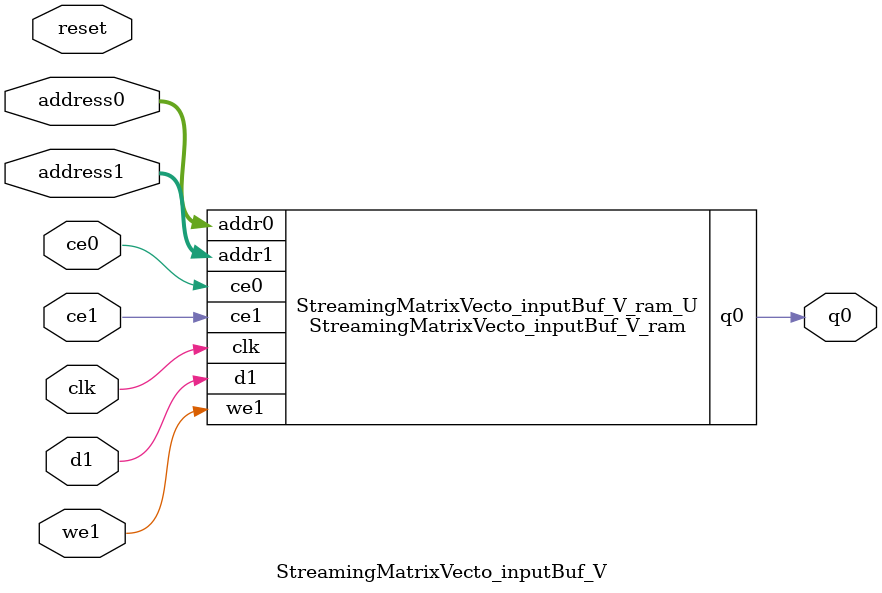
<source format=v>
`timescale 1 ns / 1 ps
module StreamingMatrixVecto_inputBuf_V_ram (addr0, ce0, q0, addr1, ce1, d1, we1,  clk);

parameter DWIDTH = 1;
parameter AWIDTH = 10;
parameter MEM_SIZE = 1024;

input[AWIDTH-1:0] addr0;
input ce0;
output reg[DWIDTH-1:0] q0;
input[AWIDTH-1:0] addr1;
input ce1;
input[DWIDTH-1:0] d1;
input we1;
input clk;

(* ram_style = "block" *)reg [DWIDTH-1:0] ram[0:MEM_SIZE-1];




always @(posedge clk)  
begin 
    if (ce0) 
    begin
        q0 <= ram[addr0];
    end
end


always @(posedge clk)  
begin 
    if (ce1) 
    begin
        if (we1) 
        begin 
            ram[addr1] <= d1; 
        end 
    end
end


endmodule

`timescale 1 ns / 1 ps
module StreamingMatrixVecto_inputBuf_V(
    reset,
    clk,
    address0,
    ce0,
    q0,
    address1,
    ce1,
    we1,
    d1);

parameter DataWidth = 32'd1;
parameter AddressRange = 32'd1024;
parameter AddressWidth = 32'd10;
input reset;
input clk;
input[AddressWidth - 1:0] address0;
input ce0;
output[DataWidth - 1:0] q0;
input[AddressWidth - 1:0] address1;
input ce1;
input we1;
input[DataWidth - 1:0] d1;



StreamingMatrixVecto_inputBuf_V_ram StreamingMatrixVecto_inputBuf_V_ram_U(
    .clk( clk ),
    .addr0( address0 ),
    .ce0( ce0 ),
    .q0( q0 ),
    .addr1( address1 ),
    .ce1( ce1 ),
    .we1( we1 ),
    .d1( d1 ));

endmodule


</source>
